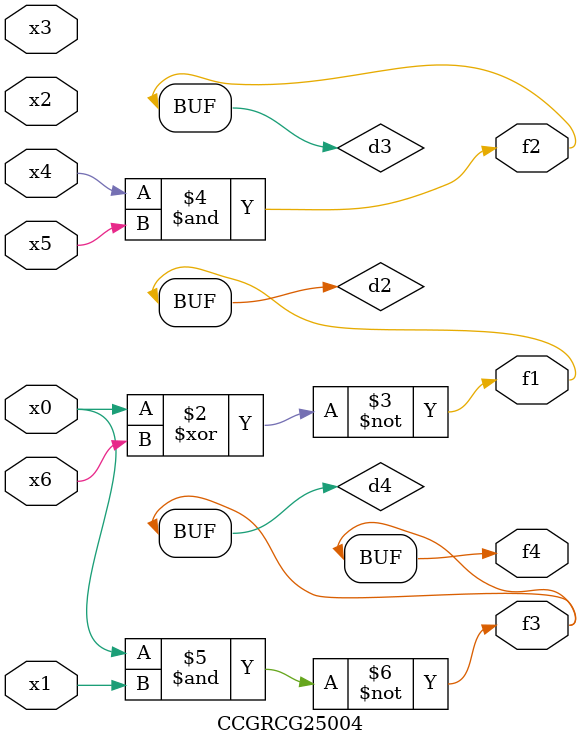
<source format=v>
module CCGRCG25004(
	input x0, x1, x2, x3, x4, x5, x6,
	output f1, f2, f3, f4
);

	wire d1, d2, d3, d4;

	nor (d1, x0);
	xnor (d2, x0, x6);
	and (d3, x4, x5);
	nand (d4, x0, x1);
	assign f1 = d2;
	assign f2 = d3;
	assign f3 = d4;
	assign f4 = d4;
endmodule

</source>
